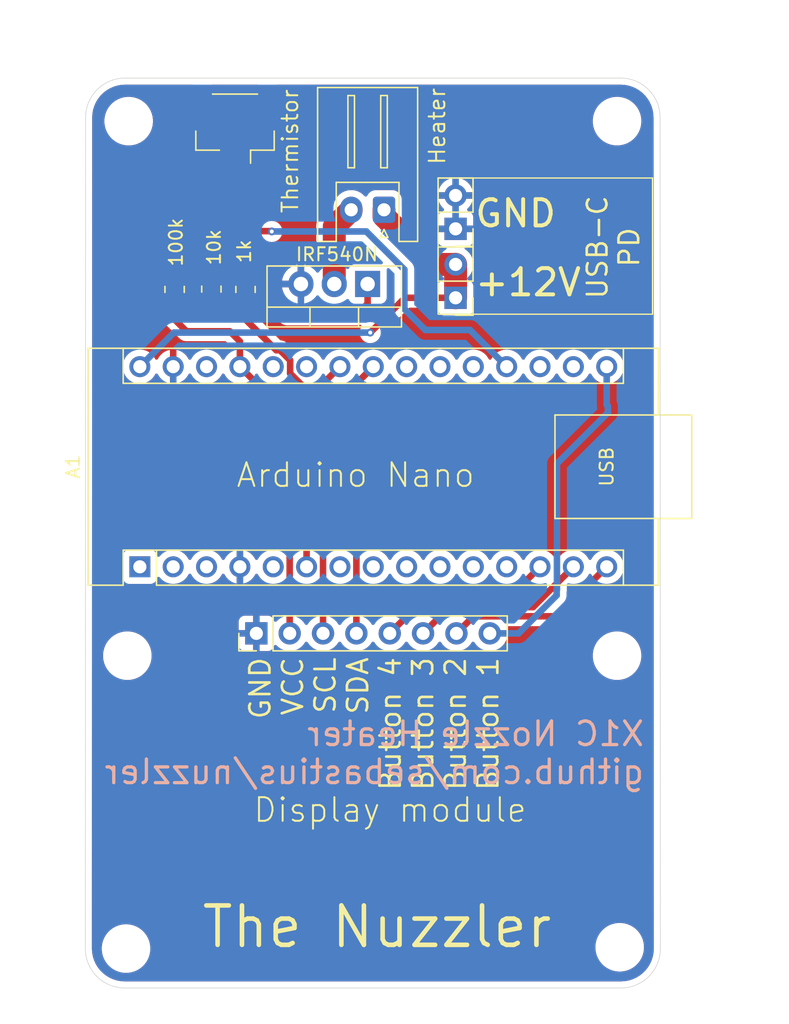
<source format=kicad_pcb>
(kicad_pcb (version 20240108) (generator "pcbnew") (generator_version "8.0")
  (layers (0 "F.Cu" signal) (31 "B.Cu" signal) (34 "B.Paste" user) (35 "F.Paste" user) (36 "B.SilkS" user "B.Silkscreen") (37 "F.SilkS" user "F.Silkscreen") (38 "B.Mask" user) (39 "F.Mask" user) (44 "Edge.Cuts" user))
  (net 0 "")
  (net 6 "+5V")
  (net 8 "GND")
  (net 10 "+12V")
  (net 13 "/Thermistor")
  (net 14 "/SCL")
  (net 17 "/SDA")
  (net 23 "/Heater")
  (net 26 "/Button2")
  (net 27 "/Button4")
  (net 28 "/Button3")
  (net 29 "/Button1")
  (net 30 "Net-(Q1-G)")
  (net 31 "Net-(J1-Pin_2)")
  (footprint "Resistor_SMD:R_0805_2012Metric" (layer "F.Cu") (at 113.9 77.8125 90)
    (property "Reference" "R2" (hide yes))
    (property "Value" "100k" (at 3.6 0.1 90) (layer "F.SilkS"))
    (fp_line (start -0.227064 -0.735) (end 0.227064 -0.735) (stroke (width 0.12)) (layer "F.SilkS"))
    (fp_line (start -0.227064 0.735) (end 0.227064 0.735) (stroke (width 0.12)) (layer "F.SilkS"))
    (pad "1" smd roundrect (at -0.9125 0 90) (size 1.025 1.4) (layers "F.Cu" "F.Paste" "F.Mask") (roundrect_rratio 0.243902) (net 6 "+5V"))
    (pad "2" smd roundrect (at 0.9125 0 90) (size 1.025 1.4) (layers "F.Cu" "F.Paste" "F.Mask") (roundrect_rratio 0.243902) (net 13 "/Thermistor"))
  )
  (footprint "Connector_JST:JST_GH_SM02B-GHS-TB_1x02-1MP_P1.25mm_Horizontal" (layer "F.Cu") (at 118.5 65.5 180)
    (property "Reference" "J6" (hide yes))
    (property "Value" "Conn_01x02_Shielded" (hide yes))
    (fp_line (start 2.985 -0.26) (end 2.985 -1.71) (stroke (width 0.12)) (layer "F.SilkS"))
    (fp_line (start 2.985 -1.71) (end 1.185 -1.71) (stroke (width 0.12)) (layer "F.SilkS"))
    (fp_line (start -1.185 -1.71) (end -1.185 -2.7) (stroke (width 0.12)) (layer "F.SilkS"))
    (fp_line (start -1.715 2.56) (end 1.715 2.56) (stroke (width 0.12)) (layer "F.SilkS"))
    (fp_line (start -2.985 -0.26) (end -2.985 -1.71) (stroke (width 0.12)) (layer "F.SilkS"))
    (fp_line (start -2.985 -1.71) (end -1.185 -1.71) (stroke (width 0.12)) (layer "F.SilkS"))
    (pad "1" smd roundrect (at -0.625 -1.85 180) (size 0.6 1.7) (layers "F.Cu" "F.Paste" "F.Mask") (net 13 "/Thermistor"))
    (pad "2" smd roundrect (at 0.625 -1.85 180) (size 0.6 1.7) (layers "F.Cu" "F.Paste" "F.Mask") (net 8 "GND"))
    (pad "SH" smd roundrect (at -2.475 1.35 180) (size 1 2.7) (layers "F.Cu" "F.Paste" "F.Mask") (net 8 "GND"))
    (pad "SH" smd roundrect (at 2.475 1.35 180) (size 1 2.7) (layers "F.Cu" "F.Paste" "F.Mask") (net 8 "GND"))
  )
  (footprint "Resistor_SMD:R_0805_2012Metric" (layer "F.Cu") (at 116.7 77.7875 90)
    (property "Reference" "R3" (hide yes))
    (property "Value" "10k" (at 3.1875 0.2 90) (layer "F.SilkS"))
    (fp_line (start -0.227064 -0.735) (end 0.227064 -0.735) (stroke (width 0.12)) (layer "F.SilkS"))
    (fp_line (start -0.227064 0.735) (end 0.227064 0.735) (stroke (width 0.12)) (layer "F.SilkS"))
    (pad "1" smd roundrect (at -0.9125 0 90) (size 1.025 1.4) (layers "F.Cu" "F.Paste" "F.Mask") (roundrect_rratio 0.243902) (net 8 "GND"))
    (pad "2" smd roundrect (at 0.9125 0 90) (size 1.025 1.4) (layers "F.Cu" "F.Paste" "F.Mask") (roundrect_rratio 0.243902) (net 30 "Net-(Q1-G)"))
  )
  (footprint "MountingHole:MountingHole_3.2mm_M3_DIN965" (layer "F.Cu") (at 147.6 65)
    (property "Reference" "H3" (hide yes))
    (property "Value" "MountingHole" (hide yes))
    (pad "" np_thru_hole circle (at 0 0) (size 3.2 3.2) (drill 3.2) (layers "*.Cu" "*.Mask"))
  )
  (footprint "MountingHole:MountingHole_3.2mm_M3_DIN965" (layer "F.Cu") (at 147.6 105.7)
    (property "Reference" "H6" (hide yes))
    (property "Value" "MountingHole")
    (pad "" np_thru_hole circle (at 0 0) (size 3.2 3.2) (drill 3.2) (layers "*.Cu" "*.Mask"))
  )
  (footprint "Package_TO_SOT_THT:TO-220-3_Vertical" (layer "F.Cu") (at 128.6 77.4 180)
    (property "Reference" "Q1" (hide yes))
    (property "Value" "IRF540N" (at 2.34 2.255 360) (layer "F.SilkS"))
    (fp_line (start 7.66 -3.27) (end 7.66 1.371) (stroke (width 0.12)) (layer "F.SilkS"))
    (fp_line (start 4.391 -3.27) (end 4.391 -1.76) (stroke (width 0.12)) (layer "F.SilkS"))
    (fp_line (start 0.69 -3.27) (end 0.69 -1.76) (stroke (width 0.12)) (layer "F.SilkS"))
    (fp_line (start -2.58 1.371) (end 7.66 1.371) (stroke (width 0.12)) (layer "F.SilkS"))
    (fp_line (start -2.58 -1.76) (end 7.66 -1.76) (stroke (width 0.12)) (layer "F.SilkS"))
    (fp_line (start -2.58 -3.27) (end 7.66 -3.27) (stroke (width 0.12)) (layer "F.SilkS"))
    (fp_line (start -2.58 -3.27) (end -2.58 1.371) (stroke (width 0.12)) (layer "F.SilkS"))
    (pad "1" thru_hole rect (at 0 0 180) (size 1.905 2) (drill 1.1) (layers "*.Cu" "*.Mask") (net 30 "Net-(Q1-G)"))
    (pad "2" thru_hole oval (at 2.54 0 180) (size 1.905 2) (drill 1.1) (layers "*.Cu" "*.Mask") (net 31 "Net-(J1-Pin_2)"))
    (pad "3" thru_hole oval (at 5.08 0 180) (size 1.905 2) (drill 1.1) (layers "*.Cu" "*.Mask") (net 8 "GND"))
  )
  (footprint "MountingHole:MountingHole_3.2mm_M3_DIN965" (layer "F.Cu") (at 110.3 105.7)
    (property "Reference" "H5" (hide yes))
    (property "Value" "MountingHole")
    (pad "" np_thru_hole circle (at 0 0) (size 3.2 3.2) (drill 3.2) (layers "*.Cu" "*.Mask"))
  )
  (footprint "MountingHole:MountingHole_3.2mm_M3_DIN965" (layer "F.Cu") (at 147.8 127.9)
    (property "Reference" "H4" (hide yes))
    (property "Value" "MountingHole" (hide yes))
    (pad "" np_thru_hole circle (at 0 0) (size 3.2 3.2) (drill 3.2) (layers "*.Cu" "*.Mask"))
  )
  (footprint "Resistor_SMD:R_0805_2012Metric" (layer "F.Cu") (at 119.3 77.8125 90)
    (property "Reference" "R1" (hide yes))
    (property "Value" "1k" (at 2.9 -0.1 90) (layer "F.SilkS"))
    (fp_line (start -0.227064 -0.735) (end 0.227064 -0.735) (stroke (width 0.12)) (layer "F.SilkS"))
    (fp_line (start -0.227064 0.735) (end 0.227064 0.735) (stroke (width 0.12)) (layer "F.SilkS"))
    (pad "1" smd roundrect (at -0.9125 0 90) (size 1.025 1.4) (layers "F.Cu" "F.Paste" "F.Mask") (roundrect_rratio 0.243902) (net 23 "/Heater"))
    (pad "2" smd roundrect (at 0.9125 0 90) (size 1.025 1.4) (layers "F.Cu" "F.Paste" "F.Mask") (roundrect_rratio 0.243902) (net 30 "Net-(Q1-G)"))
  )
  (footprint "Module:Arduino_Nano" (layer "F.Cu") (at 111.252 98.933 90)
    (property "Reference" "A1" (at 7.62 -5.08 90) (layer "F.SilkS"))
    (property "Value" "Arduino_Nano_v3.x")
    (fp_line (start 16.64 -3.94) (end -1.4 -3.94) (stroke (width 0.12)) (layer "F.SilkS"))
    (fp_line (start -1.4 -3.94) (end -1.4 -1.27) (stroke (width 0.12)) (layer "F.SilkS"))
    (fp_line (start 13.97 -1.27) (end 16.64 -1.27) (stroke (width 0.12)) (layer "F.SilkS"))
    (fp_line (start 13.97 -1.27) (end 13.97 36.83) (stroke (width 0.12)) (layer "F.SilkS"))
    (fp_line (start 1.27 -1.27) (end -1.4 -1.27) (stroke (width 0.12)) (layer "F.SilkS"))
    (fp_line (start 1.27 1.27) (end 1.27 -1.27) (stroke (width 0.12)) (layer "F.SilkS"))
    (fp_line (start 1.27 1.27) (end -1.4 1.27) (stroke (width 0.12)) (layer "F.SilkS"))
    (fp_line (start 1.27 1.27) (end 1.27 36.83) (stroke (width 0.12)) (layer "F.SilkS"))
    (fp_line (start -1.4 1.27) (end -1.4 39.5) (stroke (width 0.12)) (layer "F.SilkS"))
    (fp_line (start 11.56 31.62) (end 11.56 42.04) (stroke (width 0.12)) (layer "F.SilkS"))
    (fp_line (start 3.68 31.62) (end 11.56 31.62) (stroke (width 0.12)) (layer "F.SilkS"))
    (fp_line (start 13.97 36.83) (end 16.64 36.83) (stroke (width 0.12)) (layer "F.SilkS"))
    (fp_line (start 1.27 36.83) (end -1.4 36.83) (stroke (width 0.12)) (layer "F.SilkS"))
    (fp_line (start 16.64 39.5) (end 16.64 -3.94) (stroke (width 0.12)) (layer "F.SilkS"))
    (fp_line (start 16.64 39.5) (end 11.56 39.5) (stroke (width 0.12)) (layer "F.SilkS"))
    (fp_line (start -1.4 39.5) (end 3.68 39.5) (stroke (width 0.12)) (layer "F.SilkS"))
    (fp_line (start 11.56 42.04) (end 3.68 42.04) (stroke (width 0.12)) (layer "F.SilkS"))
    (fp_line (start 3.68 42.04) (end 3.68 31.62) (stroke (width 0.12)) (layer "F.SilkS"))
    (fp_text user "USB" (at 7.62 35.56 90) (layer "F.SilkS"))
    (pad "1" thru_hole rect (at 0 0 90) (size 1.6 1.6) (drill 1) (layers "*.Cu" "*.Mask"))
    (pad "2" thru_hole oval (at 0 2.54 90) (size 1.6 1.6) (drill 1) (layers "*.Cu" "*.Mask"))
    (pad "3" thru_hole oval (at 0 5.08 90) (size 1.6 1.6) (drill 1) (layers "*.Cu" "*.Mask"))
    (pad "4" thru_hole oval (at 0 7.62 90) (size 1.6 1.6) (drill 1) (layers "*.Cu" "*.Mask") (net 8 "GND"))
    (pad "5" thru_hole oval (at 0 10.16 90) (size 1.6 1.6) (drill 1) (layers "*.Cu" "*.Mask"))
    (pad "6" thru_hole oval (at 0 12.7 90) (size 1.6 1.6) (drill 1) (layers "*.Cu" "*.Mask") (net 23 "/Heater"))
    (pad "7" thru_hole oval (at 0 15.24 90) (size 1.6 1.6) (drill 1) (layers "*.Cu" "*.Mask"))
    (pad "8" thru_hole oval (at 0 17.78 90) (size 1.6 1.6) (drill 1) (layers "*.Cu" "*.Mask"))
    (pad "9" thru_hole oval (at 0 20.32 90) (size 1.6 1.6) (drill 1) (layers "*.Cu" "*.Mask"))
    (pad "10" thru_hole oval (at 0 22.86 90) (size 1.6 1.6) (drill 1) (layers "*.Cu" "*.Mask"))
    (pad "11" thru_hole oval (at 0 25.4 90) (size 1.6 1.6) (drill 1) (layers "*.Cu" "*.Mask"))
    (pad "12" thru_hole oval (at 0 27.94 90) (size 1.6 1.6) (drill 1) (layers "*.Cu" "*.Mask"))
    (pad "13" thru_hole oval (at 0 30.48 90) (size 1.6 1.6) (drill 1) (layers "*.Cu" "*.Mask") (net 27 "/Button4"))
    (pad "14" thru_hole oval (at 0 33.02 90) (size 1.6 1.6) (drill 1) (layers "*.Cu" "*.Mask") (net 28 "/Button3"))
    (pad "15" thru_hole oval (at 0 35.56 90) (size 1.6 1.6) (drill 1) (layers "*.Cu" "*.Mask") (net 26 "/Button2"))
    (pad "16" thru_hole oval (at 15.24 35.56 90) (size 1.6 1.6) (drill 1) (layers "*.Cu" "*.Mask") (net 29 "/Button1"))
    (pad "17" thru_hole oval (at 15.24 33.02 90) (size 1.6 1.6) (drill 1) (layers "*.Cu" "*.Mask"))
    (pad "18" thru_hole oval (at 15.24 30.48 90) (size 1.6 1.6) (drill 1) (layers "*.Cu" "*.Mask"))
    (pad "19" thru_hole oval (at 15.24 27.94 90) (size 1.6 1.6) (drill 1) (layers "*.Cu" "*.Mask") (net 13 "/Thermistor"))
    (pad "20" thru_hole oval (at 15.24 25.4 90) (size 1.6 1.6) (drill 1) (layers "*.Cu" "*.Mask"))
    (pad "21" thru_hole oval (at 15.24 22.86 90) (size 1.6 1.6) (drill 1) (layers "*.Cu" "*.Mask"))
    (pad "22" thru_hole oval (at 15.24 20.32 90) (size 1.6 1.6) (drill 1) (layers "*.Cu" "*.Mask"))
    (pad "23" thru_hole oval (at 15.24 17.78 90) (size 1.6 1.6) (drill 1) (layers "*.Cu" "*.Mask") (net 17 "/SDA"))
    (pad "24" thru_hole oval (at 15.24 15.24 90) (size 1.6 1.6) (drill 1) (layers "*.Cu" "*.Mask") (net 14 "/SCL"))
    (pad "25" thru_hole oval (at 15.24 12.7 90) (size 1.6 1.6) (drill 1) (layers "*.Cu" "*.Mask"))
    (pad "26" thru_hole oval (at 15.24 10.16 90) (size 1.6 1.6) (drill 1) (layers "*.Cu" "*.Mask"))
    (pad "27" thru_hole oval (at 15.24 7.62 90) (size 1.6 1.6) (drill 1) (layers "*.Cu" "*.Mask") (net 6 "+5V"))
    (pad "28" thru_hole oval (at 15.24 5.08 90) (size 1.6 1.6) (drill 1) (layers "*.Cu" "*.Mask"))
    (pad "29" thru_hole oval (at 15.24 2.54 90) (size 1.6 1.6) (drill 1) (layers "*.Cu" "*.Mask") (net 8 "GND"))
    (pad "30" thru_hole oval (at 15.24 0 90) (size 1.6 1.6) (drill 1) (layers "*.Cu" "*.Mask") (net 10 "+12V"))
  )
  (footprint "Connector_PinHeader_2.54mm:PinHeader_1x08_P2.54mm_Vertical" (layer "F.Cu") (at 120.125 104 90)
    (property "Reference" "J3" (hide yes))
    (property "Value" "Conn_01x08_Socket" (hide yes))
    (fp_line (start -1.33 -1.33) (end 0 -1.33) (stroke (width 0.12)) (layer "F.SilkS"))
    (fp_line (start -1.33 0) (end -1.33 -1.33) (stroke (width 0.12)) (layer "F.SilkS"))
    (fp_line (start 1.33 1.27) (end 1.33 19.11) (stroke (width 0.12)) (layer "F.SilkS"))
    (fp_line (start -1.33 1.27) (end 1.33 1.27) (stroke (width 0.12)) (layer "F.SilkS"))
    (fp_line (start -1.33 1.27) (end -1.33 19.11) (stroke (width 0.12)) (layer "F.SilkS"))
    (fp_line (start -1.33 19.11) (end 1.33 19.11) (stroke (width 0.12)) (layer "F.SilkS"))
    (pad "1" thru_hole rect (at 0 0 90) (size 1.7 1.7) (drill 1) (layers "*.Cu" "*.Mask") (net 8 "GND"))
    (pad "2" thru_hole oval (at 0 2.54 90) (size 1.7 1.7) (drill 1) (layers "*.Cu" "*.Mask") (net 6 "+5V"))
    (pad "3" thru_hole oval (at 0 5.08 90) (size 1.7 1.7) (drill 1) (layers "*.Cu" "*.Mask") (net 14 "/SCL"))
    (pad "4" thru_hole oval (at 0 7.62 90) (size 1.7 1.7) (drill 1) (layers "*.Cu" "*.Mask") (net 17 "/SDA"))
    (pad "5" thru_hole oval (at 0 10.16 90) (size 1.7 1.7) (drill 1) (layers "*.Cu" "*.Mask") (net 27 "/Button4"))
    (pad "6" thru_hole oval (at 0 12.7 90) (size 1.7 1.7) (drill 1) (layers "*.Cu" "*.Mask") (net 28 "/Button3"))
    (pad "7" thru_hole oval (at 0 15.24 90) (size 1.7 1.7) (drill 1) (layers "*.Cu" "*.Mask") (net 26 "/Button2"))
    (pad "8" thru_hole oval (at 0 17.78 90) (size 1.7 1.7) (drill 1) (layers "*.Cu" "*.Mask") (net 29 "/Button1"))
  )
  (footprint "MountingHole:MountingHole_3.2mm_M3_DIN965" (layer "F.Cu") (at 110.2 128)
    (property "Reference" "H2" (hide yes))
    (property "Value" "MountingHole" (hide yes))
    (pad "" np_thru_hole circle (at 0 0) (size 3.2 3.2) (drill 3.2) (layers "*.Cu" "*.Mask"))
  )
  (footprint "MountingHole:MountingHole_3.2mm_M3_DIN965" (layer "F.Cu") (at 110.4 65)
    (property "Reference" "H1" (hide yes))
    (property "Value" "MountingHole" (hide yes))
    (pad "" np_thru_hole circle (at 0 0) (size 3.2 3.2) (drill 3.2) (layers "*.Cu" "*.Mask"))
  )
  (footprint "Connector_PinHeader_2.54mm:PinHeader_1x02_P2.54mm_Vertical" (layer "F.Cu") (at 135.3 78.45 180)
    (property "Reference" "J4" (hide yes))
    (property "Value" "Conn_01x02_Pin" (hide yes))
    (fp_line (start 1.33 1.27) (end 1.33 3.87) (stroke (width 0.12)) (layer "F.SilkS"))
    (fp_line (start -1.33 3.87) (end 1.33 3.87) (stroke (width 0.12)) (layer "F.SilkS"))
    (fp_line (start -1.33 1.27) (end 1.33 1.27) (stroke (width 0.12)) (layer "F.SilkS"))
    (fp_line (start -1.33 1.27) (end -1.33 3.87) (stroke (width 0.12)) (layer "F.SilkS"))
    (fp_line (start -1.33 0) (end -1.33 -1.33) (stroke (width 0.12)) (layer "F.SilkS"))
    (fp_line (start -1.33 -1.33) (end 0 -1.33) (stroke (width 0.12)) (layer "F.SilkS"))
    (pad "1" thru_hole rect (at 0 0 180) (size 1.7 1.7) (drill 1) (layers "*.Cu" "*.Mask") (net 10 "+12V"))
    (pad "2" thru_hole oval (at 0 2.54 180) (size 1.7 1.7) (drill 1) (layers "*.Cu" "*.Mask") (net 10 "+12V"))
  )
  (footprint "Connector_JST:JST_XH_S2B-XH-A_1x02_P2.50mm_Horizontal" (layer "F.Cu") (at 129.85 71.75 180)
    (property "Reference" "J1" (hide yes))
    (property "Value" "Conn_01x02_Pin" (hide yes))
    (fp_line (start 5.06 9.31) (end 5.06 -2.41) (stroke (width 0.12)) (layer "F.SilkS"))
    (fp_line (start 5.06 -2.41) (end 3.64 -2.41) (stroke (width 0.12)) (layer "F.SilkS"))
    (fp_line (start 3.64 2.09) (end 1.25 2.09) (stroke (width 0.12)) (layer "F.SilkS"))
    (fp_line (start 3.64 -2.41) (end 3.64 2.09) (stroke (width 0.12)) (layer "F.SilkS"))
    (fp_line (start 2.75 8.7) (end 2.75 3.2) (stroke (width 0.12)) (layer "F.SilkS"))
    (fp_line (start 2.75 3.2) (end 2.25 3.2) (stroke (width 0.12)) (layer "F.SilkS"))
    (fp_line (start 2.25 8.7) (end 2.75 8.7) (stroke (width 0.12)) (layer "F.SilkS"))
    (fp_line (start 2.25 3.2) (end 2.25 8.7) (stroke (width 0.12)) (layer "F.SilkS"))
    (fp_line (start 1.25 9.31) (end 5.06 9.31) (stroke (width 0.12)) (layer "F.SilkS"))
    (fp_line (start 1.25 9.31) (end -2.56 9.31) (stroke (width 0.12)) (layer "F.SilkS"))
    (fp_line (start 0.3 -2.1) (end 0 -1.5) (stroke (width 0.12)) (layer "F.SilkS"))
    (fp_line (start 0.25 8.7) (end 0.25 3.2) (stroke (width 0.12)) (layer "F.SilkS"))
    (fp_line (start 0.25 3.2) (end -0.25 3.2) (stroke (width 0.12)) (layer "F.SilkS"))
    (fp_line (start 0 -1.5) (end -0.3 -2.1) (stroke (width 0.12)) (layer "F.SilkS"))
    (fp_line (start -0.25 8.7) (end 0.25 8.7) (stroke (width 0.12)) (layer "F.SilkS"))
    (fp_line (start -0.25 3.2) (end -0.25 8.7) (stroke (width 0.12)) (layer "F.SilkS"))
    (fp_line (start -0.3 -2.1) (end 0.3 -2.1) (stroke (width 0.12)) (layer "F.SilkS"))
    (fp_line (start -1.14 2.09) (end 1.25 2.09) (stroke (width 0.12)) (layer "F.SilkS"))
    (fp_line (start -1.14 -2.41) (end -1.14 2.09) (stroke (width 0.12)) (layer "F.SilkS"))
    (fp_line (start -2.56 9.31) (end -2.56 -2.41) (stroke (width 0.12)) (layer "F.SilkS"))
    (fp_line (start -2.56 -2.41) (end -1.14 -2.41) (stroke (width 0.12)) (layer "F.SilkS"))
    (pad "1" thru_hole roundrect (at 0 0 180) (size 1.7 2) (drill 1) (layers "*.Cu" "*.Mask") (roundrect_rratio 0.147059) (net 10 "+12V"))
    (pad "2" thru_hole oval (at 2.5 0 180) (size 1.7 2) (drill 1) (layers "*.Cu" "*.Mask") (net 31 "Net-(J1-Pin_2)"))
  )
  (footprint "Connector_PinHeader_2.54mm:PinHeader_1x02_P2.54mm_Vertical" (layer "F.Cu") (at 135.3 73.2 180)
    (property "Reference" "J5" (hide yes))
    (property "Value" "Conn_01x02_Pin" (hide yes))
    (fp_line (start 1.33 1.27) (end 1.33 3.87) (stroke (width 0.12)) (layer "F.SilkS"))
    (fp_line (start -1.33 3.87) (end 1.33 3.87) (stroke (width 0.12)) (layer "F.SilkS"))
    (fp_line (start -1.33 1.27) (end 1.33 1.27) (stroke (width 0.12)) (layer "F.SilkS"))
    (fp_line (start -1.33 1.27) (end -1.33 3.87) (stroke (width 0.12)) (layer "F.SilkS"))
    (fp_line (start -1.33 0) (end -1.33 -1.33) (stroke (width 0.12)) (layer "F.SilkS"))
    (fp_line (start -1.33 -1.33) (end 0 -1.33) (stroke (width 0.12)) (layer "F.SilkS"))
    (pad "1" thru_hole rect (at 0 0 180) (size 1.7 1.7) (drill 1) (layers "*.Cu" "*.Mask") (net 8 "GND"))
    (pad "2" thru_hole oval (at 0 2.54 180) (size 1.7 1.7) (drill 1) (layers "*.Cu" "*.Mask") (net 8 "GND"))
  )
  (gr_rect (start 133.97 69.33) (end 150.3 79.7) (stroke (width 0.1)) (fill none) (layer "F.SilkS"))
  (gr_arc (start 147.87868 61.72132) (mid 150 62.6) (end 150.87868 64.72132) (stroke (width 0.05)) (layer "Edge.Cuts"))
  (gr_line (start 107.12132 64.72132) (end 107.1 128) (stroke (width 0.05)) (layer "Edge.Cuts"))
  (gr_arc (start 110.1 131) (mid 107.97868 130.12132) (end 107.1 128) (stroke (width 0.05)) (layer "Edge.Cuts"))
  (gr_line (start 147.87868 61.72132) (end 110.12132 61.72132) (stroke (width 0.05)) (layer "Edge.Cuts"))
  (gr_line (start 150.9 128) (end 150.87868 64.72132) (stroke (width 0.05)) (layer "Edge.Cuts"))
  (gr_line (start 110.1 131) (end 147.9 131) (stroke (width 0.05)) (layer "Edge.Cuts"))
  (gr_arc (start 150.9 128) (mid 150.02132 130.12132) (end 147.9 131) (stroke (width 0.05)) (layer "Edge.Cuts"))
  (gr_arc (start 107.12132 64.72132) (mid 108 62.6) (end 110.12132 61.72132) (stroke (width 0.05)) (layer "Edge.Cuts"))
  (gr_text "X1C Nozzle Heater\ngithub.com/sebastius/nuzzler" (at 149.8 115.6 0) (layer "B.SilkS") (effects (font (size 1.8 1.8) (thickness 0.25)) (justify left bottom mirror)))
  (gr_text "Heater" (at 134.6 68.4 90) (layer "F.SilkS") (effects (font (size 1.2 1.2)) (justify left bottom)))
  (gr_text "GND\nVCC\nSCL\nSDA\nButton 4\nButton 3\nButton 2\nButton 1" (at 129.1 105.7 90) (layer "F.SilkS") (effects (font (size 1.54 1.54) (thickness 0.2)) (justify right)))
  (gr_text "Thermistor" (at 123.4 72.1 90) (layer "F.SilkS") (effects (font (size 1.2 1.2)) (justify left bottom)))
  (gr_text "Display module" (at 119.8 118.5 0) (layer "F.SilkS") (effects (font (size 1.8 1.8)) (justify left bottom)))
  (gr_text "The Nuzzler" (at 115.8 128.1 0) (layer "F.SilkS") (effects (font (size 3 3) (thickness 0.35)) (justify left bottom)))
  (gr_text "GND" (at 136.63 73.2 0) (layer "F.SilkS") (effects (font (size 2 2) (thickness 0.3) (bold yes)) (justify left bottom)))
  (gr_text "+12V" (at 136.63 78.45 0) (layer "F.SilkS") (effects (font (size 2 2) (thickness 0.3) (bold yes)) (justify left bottom)))
  (gr_text "Arduino Nano" (at 118.5 93 0) (layer "F.SilkS") (effects (font (size 1.8 1.8)) (justify left bottom)))
  (gr_text "USB-C\nPD" (at 149.4 74.6 90) (layer "F.SilkS") (effects (font (size 1.5 1.5) (thickness 0.2) (bold yes)) (justify bottom)))
  (segment (start 118.872 83.693) (end 118.872 81.772) (width 0.5) (layer "F.Cu") (net 6))
  (segment (start 118.1 81) (end 114.8 81) (width 0.5) (layer "F.Cu") (net 6))
  (segment (start 118.872 81.772) (end 118.1 81) (width 0.5) (layer "F.Cu") (net 6))
  (segment (start 122.665 87.56) (end 122.665 104) (width 0.5) (layer "F.Cu") (net 6))
  (segment (start 118.872 83.693) (end 122.702 87.523) (width 0.5) (layer "F.Cu") (net 6))
  (segment (start 113.9 80.1) (end 113.9 78.725) (width 0.5) (layer "F.Cu") (net 6))
  (segment (start 122.702 87.523) (end 122.665 87.56) (width 0.5) (layer "F.Cu") (net 6))
  (segment (start 114.8 81) (end 113.9 80.1) (width 0.5) (layer "F.Cu") (net 6))
  (segment (start 129.85 72.25) (end 129.85 71.75) (width 1.75) (layer "F.Cu") (net 10))
  (segment (start 128.8 81.1) (end 131.45 78.45) (width 0.5) (layer "F.Cu") (net 10))
  (segment (start 135.3 75.91) (end 133.51 75.91) (width 1.75) (layer "F.Cu") (net 10))
  (segment (start 133.51 75.91) (end 129.85 72.25) (width 1.75) (layer "F.Cu") (net 10))
  (segment (start 131.45 78.45) (end 135.3 78.45) (width 0.5) (layer "F.Cu") (net 10))
  (segment (start 135.3 78.45) (end 135.3 75.91) (width 1.75) (layer "F.Cu") (net 10))
  (via (at 128.8 81.1) (size 0.6) (drill 0.3) (layers "F.Cu" "B.Cu") (net 10))
  (segment (start 113.845 81.1) (end 128.8 81.1) (width 0.5) (layer "B.Cu") (net 10))
  (segment (start 111.252 83.693) (end 113.845 81.1) (width 0.5) (layer "B.Cu") (net 10))
  (segment (start 119.125 73.375) (end 117.9 74.6) (width 0.5) (layer "F.Cu") (net 13))
  (segment (start 113.9 76.2) (end 113.9 76.9) (width 0.5) (layer "F.Cu") (net 13))
  (segment (start 121.275 73.375) (end 121.3 73.4) (width 0.5) (layer "F.Cu") (net 13))
  (segment (start 119.125 73.375) (end 121.275 73.375) (width 0.5) (layer "F.Cu") (net 13))
  (segment (start 115.5 74.6) (end 113.9 76.2) (width 0.5) (layer "F.Cu") (net 13))
  (segment (start 119.125 67.35) (end 119.125 73.375) (width 0.5) (layer "F.Cu") (net 13))
  (segment (start 117.9 74.6) (end 115.5 74.6) (width 0.5) (layer "F.Cu") (net 13))
  (via (at 121.3 73.4) (size 0.6) (drill 0.3) (layers "F.Cu" "B.Cu") (net 13))
  (segment (start 131.4 79.3) (end 133 80.9) (width 0.5) (layer "B.Cu") (net 13))
  (segment (start 133 80.9) (end 136.399 80.9) (width 0.5) (layer "B.Cu") (net 13))
  (segment (start 131.4 76.3) (end 131.4 79.3) (width 0.5) (layer "B.Cu") (net 13))
  (segment (start 121.3 73.4) (end 128.5 73.4) (width 0.5) (layer "B.Cu") (net 13))
  (segment (start 128.5 73.4) (end 131.4 76.3) (width 0.5) (layer "B.Cu") (net 13))
  (segment (start 136.399 80.9) (end 139.192 83.693) (width 0.5) (layer "B.Cu") (net 13))
  (segment (start 125.205 104) (end 125.205 84.98) (width 0.5) (layer "F.Cu") (net 14))
  (segment (start 125.205 84.98) (end 126.492 83.693) (width 0.5) (layer "F.Cu") (net 14))
  (segment (start 127.745 84.98) (end 129.032 83.693) (width 0.5) (layer "F.Cu") (net 17))
  (segment (start 127.745 104) (end 127.745 84.98) (width 0.5) (layer "F.Cu") (net 17))
  (segment (start 123.952 98.933) (end 123.952 85.460767) (width 0.5) (layer "F.Cu") (net 23))
  (segment (start 119.3 80.1) (end 119.3 78.725) (width 0.5) (layer "F.Cu") (net 23))
  (segment (start 121.929767 82.443) (end 121.643 82.443) (width 0.5) (layer "F.Cu") (net 23))
  (segment (start 122.7 84.208767) (end 122.7 83.213233) (width 0.5) (layer "F.Cu") (net 23))
  (segment (start 122.7 83.213233) (end 121.929767 82.443) (width 0.5) (layer "F.Cu") (net 23))
  (segment (start 123.952 85.460767) (end 122.7 84.208767) (width 0.5) (layer "F.Cu") (net 23))
  (segment (start 121.643 82.443) (end 119.3 80.1) (width 0.5) (layer "F.Cu") (net 23))
  (segment (start 146.812 98.933) (end 143.045 102.7) (width 0.5) (layer "F.Cu") (net 26))
  (segment (start 136.665 102.7) (end 135.365 104) (width 0.5) (layer "F.Cu") (net 26))
  (segment (start 143.045 102.7) (end 136.665 102.7) (width 0.5) (layer "F.Cu") (net 26))
  (segment (start 132.985 101.3) (end 130.285 104) (width 0.5) (layer "F.Cu") (net 27))
  (segment (start 139.365 101.3) (end 132.985 101.3) (width 0.5) (layer "F.Cu") (net 27))
  (segment (start 141.732 98.933) (end 139.365 101.3) (width 0.5) (layer "F.Cu") (net 27))
  (segment (start 134.825 102) (end 132.825 104) (width 0.5) (layer "F.Cu") (net 28))
  (segment (start 144.272 98.933) (end 141.205 102) (width 0.5) (layer "F.Cu") (net 28))
  (segment (start 141.205 102) (end 134.825 102) (width 0.5) (layer "F.Cu") (net 28))
  (segment (start 146.9 86.7) (end 146.812 86.612) (width 0.5) (layer "B.Cu") (net 29))
  (segment (start 143.022 91.078) (end 146.9 87.2) (width 0.5) (layer "B.Cu") (net 29))
  (segment (start 146.812 86.612) (end 146.812 83.693) (width 0.5) (layer "B.Cu") (net 29))
  (segment (start 146.9 87.2) (end 146.9 86.7) (width 0.5) (layer "B.Cu") (net 29))
  (segment (start 143 101.1) (end 143 100.7) (width 0.5) (layer "B.Cu") (net 29))
  (segment (start 137.905 104) (end 140.1 104) (width 0.5) (layer "B.Cu") (net 29))
  (segment (start 143 100.7) (end 143.022 100.678) (width 0.5) (layer "B.Cu") (net 29))
  (segment (start 140.1 104) (end 143 101.1) (width 0.5) (layer "B.Cu") (net 29))
  (segment (start 143.022 100.678) (end 143.022 91.078) (width 0.5) (layer "B.Cu") (net 29))
  (segment (start 119.6 76.9) (end 122.5 79.8) (width 0.5) (layer "F.Cu") (net 30))
  (segment (start 127.7 79.8) (end 128.6 78.9) (width 0.5) (layer "F.Cu") (net 30))
  (segment (start 119.3 76.9) (end 119.6 76.9) (width 0.5) (layer "F.Cu") (net 30))
  (segment (start 122.5 79.8) (end 127.7 79.8) (width 0.5) (layer "F.Cu") (net 30))
  (segment (start 119.275 76.875) (end 119.3 76.9) (width 0.5) (layer "F.Cu") (net 30))
  (segment (start 128.6 78.9) (end 128.6 77.4) (width 0.5) (layer "F.Cu") (net 30))
  (segment (start 116.7 76.875) (end 119.275 76.875) (width 0.5) (layer "F.Cu") (net 30))
  (segment (start 126.06 73.04) (end 127.35 71.75) (width 1.75) (layer "F.Cu") (net 31))
  (segment (start 126.06 77.4) (end 126.06 73.04) (width 1.75) (layer "F.Cu") (net 31))
  (zone (net 8) (net_name "GND") (layer "F.Cu") (priority 1) (connect_pads (clearance 0.5)) (min_thickness 0.25) (fill yes (thermal_gap 0.5) (thermal_bridge_width 0.5))
    (polygon (pts (xy 102.2 61.4) (xy 160.7 58.4) (xy 160.6 133.75) (xy 100.6 133.75)))
  )
  (zone (net 8) (net_name "GND") (layer "B.Cu") (connect_pads (clearance 0.5)) (min_thickness 0.25) (fill yes (thermal_gap 0.5) (thermal_bridge_width 0.5))
    (polygon (pts (xy 106.861 59.332) (xy 103.105 132.319) (xy 157.334 132.446) (xy 156.645 55.776)))
  )
)
</source>
